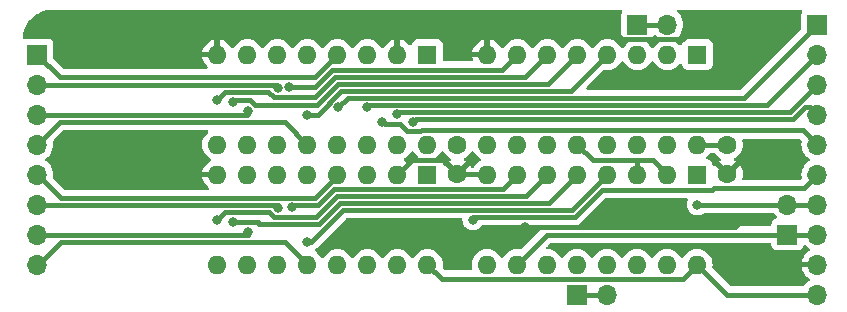
<source format=gbr>
%TF.GenerationSoftware,KiCad,Pcbnew,7.0.5*%
%TF.CreationDate,2024-09-17T16:51:35-04:00*%
%TF.ProjectId,8_bit_logic_analyzer_rev_2,385f6269-745f-46c6-9f67-69635f616e61,rev?*%
%TF.SameCoordinates,Original*%
%TF.FileFunction,Copper,L1,Top*%
%TF.FilePolarity,Positive*%
%FSLAX46Y46*%
G04 Gerber Fmt 4.6, Leading zero omitted, Abs format (unit mm)*
G04 Created by KiCad (PCBNEW 7.0.5) date 2024-09-17 16:51:35*
%MOMM*%
%LPD*%
G01*
G04 APERTURE LIST*
%TA.AperFunction,ComponentPad*%
%ADD10R,1.700000X1.700000*%
%TD*%
%TA.AperFunction,ComponentPad*%
%ADD11O,1.700000X1.700000*%
%TD*%
%TA.AperFunction,ComponentPad*%
%ADD12R,1.600000X1.600000*%
%TD*%
%TA.AperFunction,ComponentPad*%
%ADD13O,1.600000X1.600000*%
%TD*%
%TA.AperFunction,ComponentPad*%
%ADD14C,1.600000*%
%TD*%
%TA.AperFunction,ViaPad*%
%ADD15C,0.800000*%
%TD*%
%TA.AperFunction,Conductor*%
%ADD16C,0.400000*%
%TD*%
G04 APERTURE END LIST*
D10*
%TO.P,J2,1,Pin_1*%
%TO.N,/addr_3*%
X81280000Y-17780000D03*
D11*
%TO.P,J2,2,Pin_2*%
%TO.N,/addr_2*%
X81280000Y-20320000D03*
%TO.P,J2,3,Pin_3*%
%TO.N,/addr_1*%
X81280000Y-22860000D03*
%TO.P,J2,4,Pin_4*%
%TO.N,/addr_0*%
X81280000Y-25400000D03*
%TO.P,J2,5,Pin_5*%
%TO.N,/write*%
X81280000Y-27940000D03*
%TO.P,J2,6,Pin_6*%
%TO.N,/load*%
X81280000Y-30480000D03*
%TO.P,J2,7,Pin_7*%
%TO.N,/clear*%
X81280000Y-33020000D03*
%TO.P,J2,8,Pin_8*%
%TO.N,/clk*%
X81280000Y-35560000D03*
%TO.P,J2,9,Pin_9*%
%TO.N,GND*%
X81280000Y-38100000D03*
%TO.P,J2,10,Pin_10*%
%TO.N,VCC*%
X81280000Y-40640000D03*
%TD*%
D12*
%TO.P,U3,1,A0*%
%TO.N,/addr_0*%
X48260000Y-30480000D03*
D13*
%TO.P,U3,2,~CS*%
%TO.N,GND*%
X45720000Y-30480000D03*
%TO.P,U3,3,~WE*%
%TO.N,/write*%
X43180000Y-30480000D03*
%TO.P,U3,4,D0*%
%TO.N,Net-(J1-Pin_5)*%
X40640000Y-30480000D03*
%TO.P,U3,5,S0_n*%
%TO.N,Net-(U3-S0_n)*%
X38100000Y-30480000D03*
%TO.P,U3,6,D1*%
%TO.N,Net-(J1-Pin_6)*%
X35560000Y-30480000D03*
%TO.P,U3,7,S1_n*%
%TO.N,Net-(U3-S1_n)*%
X33020000Y-30480000D03*
%TO.P,U3,8,GND*%
%TO.N,GND*%
X30480000Y-30480000D03*
%TO.P,U3,9,S2_n*%
%TO.N,Net-(U3-S2_n)*%
X30480000Y-38100000D03*
%TO.P,U3,10,D2*%
%TO.N,Net-(J1-Pin_7)*%
X33020000Y-38100000D03*
%TO.P,U3,11,S3_n*%
%TO.N,Net-(U3-S3_n)*%
X35560000Y-38100000D03*
%TO.P,U3,12,D3*%
%TO.N,Net-(J1-Pin_8)*%
X38100000Y-38100000D03*
%TO.P,U3,13,A3*%
%TO.N,/addr_3*%
X40640000Y-38100000D03*
%TO.P,U3,14,A2*%
%TO.N,/addr_2*%
X43180000Y-38100000D03*
%TO.P,U3,15,A1*%
%TO.N,/addr_1*%
X45720000Y-38100000D03*
%TO.P,U3,16,VCC*%
%TO.N,VCC*%
X48260000Y-38100000D03*
%TD*%
D10*
%TO.P,J4,1,Pin_1*%
%TO.N,/s_out*%
X60960000Y-40640000D03*
D11*
%TO.P,J4,2,Pin_2*%
X63500000Y-40640000D03*
%TD*%
D14*
%TO.P,C1,1*%
%TO.N,VCC*%
X50800000Y-27940000D03*
%TO.P,C1,2*%
%TO.N,GND*%
X50800000Y-30440000D03*
%TD*%
D10*
%TO.P,J5,1,Pin_1*%
%TO.N,/clk*%
X78740000Y-35560000D03*
D11*
%TO.P,J5,2,Pin_2*%
%TO.N,VCC*%
X78740000Y-33020000D03*
%TD*%
D12*
%TO.P,U4,1,~{MR}*%
%TO.N,/clear*%
X71095000Y-30480000D03*
D13*
%TO.P,U4,2,J*%
%TO.N,Net-(U2-Q3)*%
X68555000Y-30480000D03*
%TO.P,U4,3,~{K}*%
X66015000Y-30480000D03*
%TO.P,U4,4,P0*%
%TO.N,Net-(U3-S0_n)*%
X63475000Y-30480000D03*
%TO.P,U4,5,P1*%
%TO.N,Net-(U3-S1_n)*%
X60935000Y-30480000D03*
%TO.P,U4,6,P2*%
%TO.N,Net-(U3-S2_n)*%
X58395000Y-30480000D03*
%TO.P,U4,7,P3*%
%TO.N,Net-(U3-S3_n)*%
X55855000Y-30480000D03*
%TO.P,U4,8,GND*%
%TO.N,GND*%
X53315000Y-30480000D03*
%TO.P,U4,9,~{PE}*%
%TO.N,/load*%
X53315000Y-38100000D03*
%TO.P,U4,10,CP*%
%TO.N,/clk*%
X55855000Y-38100000D03*
%TO.P,U4,11,~{Q3}*%
%TO.N,unconnected-(U4-~{Q3}-Pad11)*%
X58395000Y-38100000D03*
%TO.P,U4,12,Q3*%
%TO.N,/s_out*%
X60935000Y-38100000D03*
%TO.P,U4,13,Q2*%
%TO.N,Net-(U4-Q2)*%
X63475000Y-38100000D03*
%TO.P,U4,14,Q1*%
%TO.N,Net-(U4-Q1)*%
X66015000Y-38100000D03*
%TO.P,U4,15,Q0*%
%TO.N,Net-(U4-Q0)*%
X68555000Y-38100000D03*
%TO.P,U4,16,VCC*%
%TO.N,VCC*%
X71095000Y-38100000D03*
%TD*%
D12*
%TO.P,U2,1,~{MR}*%
%TO.N,/clear*%
X71120000Y-20320000D03*
D13*
%TO.P,U2,2,J*%
%TO.N,/s_in*%
X68580000Y-20320000D03*
%TO.P,U2,3,~{K}*%
X66040000Y-20320000D03*
%TO.P,U2,4,P0*%
%TO.N,Net-(U1-S0_n)*%
X63500000Y-20320000D03*
%TO.P,U2,5,P1*%
%TO.N,Net-(U1-S1_n)*%
X60960000Y-20320000D03*
%TO.P,U2,6,P2*%
%TO.N,Net-(U1-S2_n)*%
X58420000Y-20320000D03*
%TO.P,U2,7,P3*%
%TO.N,Net-(U1-S3_n)*%
X55880000Y-20320000D03*
%TO.P,U2,8,GND*%
%TO.N,GND*%
X53340000Y-20320000D03*
%TO.P,U2,9,~{PE}*%
%TO.N,/load*%
X53340000Y-27940000D03*
%TO.P,U2,10,CP*%
%TO.N,/clk*%
X55880000Y-27940000D03*
%TO.P,U2,11,~{Q3}*%
%TO.N,unconnected-(U2-~{Q3}-Pad11)*%
X58420000Y-27940000D03*
%TO.P,U2,12,Q3*%
%TO.N,Net-(U2-Q3)*%
X60960000Y-27940000D03*
%TO.P,U2,13,Q2*%
%TO.N,Net-(U2-Q2)*%
X63500000Y-27940000D03*
%TO.P,U2,14,Q1*%
%TO.N,Net-(U2-Q1)*%
X66040000Y-27940000D03*
%TO.P,U2,15,Q0*%
%TO.N,Net-(U2-Q0)*%
X68580000Y-27940000D03*
%TO.P,U2,16,VCC*%
%TO.N,VCC*%
X71120000Y-27940000D03*
%TD*%
D14*
%TO.P,C2,1*%
%TO.N,VCC*%
X73660000Y-27940000D03*
%TO.P,C2,2*%
%TO.N,GND*%
X73660000Y-30440000D03*
%TD*%
D12*
%TO.P,U1,1,A0*%
%TO.N,/addr_0*%
X48260000Y-20320000D03*
D13*
%TO.P,U1,2,~CS*%
%TO.N,GND*%
X45720000Y-20320000D03*
%TO.P,U1,3,~WE*%
%TO.N,/write*%
X43180000Y-20320000D03*
%TO.P,U1,4,D0*%
%TO.N,Net-(J1-Pin_1)*%
X40640000Y-20320000D03*
%TO.P,U1,5,S0_n*%
%TO.N,Net-(U1-S0_n)*%
X38100000Y-20320000D03*
%TO.P,U1,6,D1*%
%TO.N,Net-(J1-Pin_2)*%
X35560000Y-20320000D03*
%TO.P,U1,7,S1_n*%
%TO.N,Net-(U1-S1_n)*%
X33020000Y-20320000D03*
%TO.P,U1,8,GND*%
%TO.N,GND*%
X30480000Y-20320000D03*
%TO.P,U1,9,S2_n*%
%TO.N,Net-(U1-S2_n)*%
X30480000Y-27940000D03*
%TO.P,U1,10,D2*%
%TO.N,Net-(J1-Pin_3)*%
X33020000Y-27940000D03*
%TO.P,U1,11,S3_n*%
%TO.N,Net-(U1-S3_n)*%
X35560000Y-27940000D03*
%TO.P,U1,12,D3*%
%TO.N,Net-(J1-Pin_4)*%
X38100000Y-27940000D03*
%TO.P,U1,13,A3*%
%TO.N,/addr_3*%
X40640000Y-27940000D03*
%TO.P,U1,14,A2*%
%TO.N,/addr_2*%
X43180000Y-27940000D03*
%TO.P,U1,15,A1*%
%TO.N,/addr_1*%
X45720000Y-27940000D03*
%TO.P,U1,16,VCC*%
%TO.N,VCC*%
X48260000Y-27940000D03*
%TD*%
D10*
%TO.P,J3,1,Pin_1*%
%TO.N,/s_in*%
X66040000Y-17780000D03*
D11*
%TO.P,J3,2,Pin_2*%
X68580000Y-17780000D03*
%TD*%
D10*
%TO.P,J1,1,Pin_1*%
%TO.N,Net-(J1-Pin_1)*%
X15240000Y-20320000D03*
D11*
%TO.P,J1,2,Pin_2*%
%TO.N,Net-(J1-Pin_2)*%
X15240000Y-22860000D03*
%TO.P,J1,3,Pin_3*%
%TO.N,Net-(J1-Pin_3)*%
X15240000Y-25400000D03*
%TO.P,J1,4,Pin_4*%
%TO.N,Net-(J1-Pin_4)*%
X15240000Y-27940000D03*
%TO.P,J1,5,Pin_5*%
%TO.N,Net-(J1-Pin_5)*%
X15240000Y-30480000D03*
%TO.P,J1,6,Pin_6*%
%TO.N,Net-(J1-Pin_6)*%
X15240000Y-33020000D03*
%TO.P,J1,7,Pin_7*%
%TO.N,Net-(J1-Pin_7)*%
X15240000Y-35560000D03*
%TO.P,J1,8,Pin_8*%
%TO.N,Net-(J1-Pin_8)*%
X15240000Y-38100000D03*
%TD*%
D15*
%TO.N,GND*%
X50800000Y-34925000D03*
X56515000Y-34925000D03*
X53340000Y-35560000D03*
X71120000Y-17780000D03*
X45720000Y-34925000D03*
X74930000Y-34290000D03*
X63500000Y-17780000D03*
%TO.N,Net-(J1-Pin_2)*%
X35579818Y-23157276D03*
%TO.N,Net-(J1-Pin_3)*%
X33102516Y-25129208D03*
%TO.N,Net-(J1-Pin_6)*%
X35574863Y-33272684D03*
%TO.N,Net-(J1-Pin_7)*%
X33033151Y-35353618D03*
%TO.N,/addr_3*%
X40679888Y-24804888D03*
%TO.N,/addr_2*%
X43175856Y-24789500D03*
%TO.N,/addr_1*%
X45720000Y-25389500D03*
%TO.N,/addr_0*%
X47060000Y-26035000D03*
%TO.N,/write*%
X44450000Y-26035000D03*
%TO.N,/load*%
X52115000Y-34290000D03*
%TO.N,/clear*%
X71120000Y-33020000D03*
%TO.N,Net-(U1-S0_n)*%
X38100000Y-25400000D03*
%TO.N,Net-(U1-S1_n)*%
X31830084Y-24337282D03*
%TO.N,Net-(U1-S2_n)*%
X30480000Y-24130000D03*
%TO.N,Net-(U1-S3_n)*%
X36574516Y-23059397D03*
%TO.N,Net-(U3-S0_n)*%
X38100000Y-36195000D03*
%TO.N,Net-(U3-S1_n)*%
X31762341Y-34517911D03*
%TO.N,Net-(U3-S2_n)*%
X30480000Y-34290000D03*
%TO.N,Net-(U3-S3_n)*%
X36830000Y-33252671D03*
%TD*%
D16*
%TO.N,VCC*%
X81280000Y-40640000D02*
X73635000Y-40640000D01*
X73635000Y-40640000D02*
X71095000Y-38100000D01*
X73660000Y-27940000D02*
X71120000Y-27940000D01*
X69895000Y-39300000D02*
X49460000Y-39300000D01*
X49460000Y-39300000D02*
X48260000Y-38100000D01*
X71095000Y-38100000D02*
X69895000Y-39300000D01*
%TO.N,GND*%
X69870000Y-19030000D02*
X71120000Y-17780000D01*
X49640000Y-29280000D02*
X46920000Y-29280000D01*
X51435000Y-35560000D02*
X50800000Y-34925000D01*
X46920000Y-29280000D02*
X45720000Y-30480000D01*
X64750000Y-19030000D02*
X69870000Y-19030000D01*
X53340000Y-35560000D02*
X51435000Y-35560000D01*
X53275000Y-30440000D02*
X53315000Y-30480000D01*
X63500000Y-17780000D02*
X64750000Y-19030000D01*
X53975000Y-34925000D02*
X53340000Y-35560000D01*
X50800000Y-30440000D02*
X53275000Y-30440000D01*
X74930000Y-34290000D02*
X74295000Y-34925000D01*
X50800000Y-34925000D02*
X45720000Y-34925000D01*
X74295000Y-34925000D02*
X53975000Y-34925000D01*
X50800000Y-30440000D02*
X49640000Y-29280000D01*
%TO.N,Net-(J1-Pin_1)*%
X15240000Y-20320000D02*
X17145000Y-22225000D01*
X17145000Y-22225000D02*
X38735000Y-22225000D01*
X38735000Y-22225000D02*
X40640000Y-20320000D01*
%TO.N,Net-(J1-Pin_2)*%
X35579818Y-23157276D02*
X35560000Y-22860000D01*
X15240000Y-22860000D02*
X35560000Y-22860000D01*
%TO.N,Net-(J1-Pin_3)*%
X33102516Y-25129208D02*
X33020000Y-25400000D01*
X33102516Y-25317484D02*
X33102516Y-25129208D01*
X15240000Y-25400000D02*
X32831724Y-25400000D01*
X32831724Y-25400000D02*
X33102516Y-25129208D01*
X33020000Y-25400000D02*
X33102516Y-25317484D01*
%TO.N,Net-(J1-Pin_4)*%
X17180000Y-26000000D02*
X36160000Y-26000000D01*
X36160000Y-26000000D02*
X38100000Y-27940000D01*
X15240000Y-27940000D02*
X17180000Y-26000000D01*
%TO.N,Net-(J1-Pin_5)*%
X15261186Y-30513171D02*
X17201186Y-32453171D01*
X38721186Y-32453171D02*
X40661186Y-30513171D01*
X17201186Y-32453171D02*
X38721186Y-32453171D01*
%TO.N,Net-(J1-Pin_6)*%
X35574863Y-33272684D02*
X35581186Y-33053171D01*
X15261186Y-33053171D02*
X35355350Y-33053171D01*
X35355350Y-33053171D02*
X35574863Y-33272684D01*
%TO.N,Net-(J1-Pin_7)*%
X15261186Y-35593171D02*
X32793598Y-35593171D01*
X33033151Y-35353618D02*
X33041186Y-35593171D01*
X32793598Y-35593171D02*
X33033151Y-35353618D01*
%TO.N,Net-(J1-Pin_8)*%
X15261186Y-38133171D02*
X17201186Y-36193171D01*
X17201186Y-36193171D02*
X36181186Y-36193171D01*
X36181186Y-36193171D02*
X38121186Y-38133171D01*
%TO.N,/addr_3*%
X40679888Y-24804888D02*
X41494776Y-23990000D01*
X75070000Y-23990000D02*
X81280000Y-17780000D01*
X41494776Y-23990000D02*
X75070000Y-23990000D01*
%TO.N,/addr_2*%
X43175856Y-24789500D02*
X43375356Y-24590000D01*
X77010000Y-24590000D02*
X81280000Y-20320000D01*
X43375356Y-24590000D02*
X77010000Y-24590000D01*
%TO.N,/addr_1*%
X78950000Y-25190000D02*
X81280000Y-22860000D01*
X45919500Y-25190000D02*
X78950000Y-25190000D01*
X45720000Y-25389500D02*
X45919500Y-25190000D01*
%TO.N,/addr_0*%
X80645000Y-24765000D02*
X81280000Y-25400000D01*
X47305000Y-25790000D02*
X79198528Y-25790000D01*
X80223528Y-24765000D02*
X80645000Y-24765000D01*
X79198528Y-25790000D02*
X80223528Y-24765000D01*
X47060000Y-26035000D02*
X47305000Y-25790000D01*
%TO.N,/write*%
X45918994Y-26233994D02*
X44648994Y-26233994D01*
X81280000Y-27940000D02*
X80080000Y-26740000D01*
X46520000Y-26835000D02*
X45918994Y-26233994D01*
X80080000Y-26740000D02*
X47762943Y-26740000D01*
X47762943Y-26740000D02*
X47667943Y-26835000D01*
X44648994Y-26233994D02*
X44450000Y-26035000D01*
X47667943Y-26835000D02*
X46520000Y-26835000D01*
%TO.N,/load*%
X63053528Y-31750000D02*
X72390000Y-31750000D01*
X60723528Y-34080000D02*
X63053528Y-31750000D01*
X52325000Y-34080000D02*
X60723528Y-34080000D01*
X80120000Y-31640000D02*
X81280000Y-30480000D01*
X52115000Y-34290000D02*
X52325000Y-34080000D01*
X72500000Y-31640000D02*
X80120000Y-31640000D01*
X72390000Y-31750000D02*
X72500000Y-31640000D01*
%TO.N,/clear*%
X81280000Y-33020000D02*
X78740000Y-33020000D01*
X78740000Y-33020000D02*
X71120000Y-33020000D01*
%TO.N,/clk*%
X78740000Y-35560000D02*
X58395000Y-35560000D01*
X58395000Y-35560000D02*
X55855000Y-38100000D01*
X81280000Y-35560000D02*
X78740000Y-35560000D01*
%TO.N,/s_in*%
X66040000Y-17780000D02*
X68580000Y-17780000D01*
%TO.N,/s_out*%
X60960000Y-40640000D02*
X63500000Y-40640000D01*
%TO.N,Net-(U2-Q3)*%
X62300000Y-29280000D02*
X66040000Y-29280000D01*
X66040000Y-29280000D02*
X67355000Y-29280000D01*
X67355000Y-29280000D02*
X68555000Y-30480000D01*
X66015000Y-29305000D02*
X66040000Y-29280000D01*
X66015000Y-30480000D02*
X66015000Y-29305000D01*
X60960000Y-27940000D02*
X62300000Y-29280000D01*
%TO.N,Net-(U1-S0_n)*%
X40964112Y-23390000D02*
X38954112Y-25400000D01*
X60430000Y-23390000D02*
X40964112Y-23390000D01*
X38954112Y-25400000D02*
X38100000Y-25400000D01*
X63500000Y-20320000D02*
X60430000Y-23390000D01*
%TO.N,Net-(U1-S1_n)*%
X33234679Y-24130000D02*
X32037366Y-24130000D01*
X32037366Y-24130000D02*
X31830084Y-24337282D01*
X58490000Y-22790000D02*
X40715584Y-22790000D01*
X33661955Y-24557276D02*
X33234679Y-24130000D01*
X38948308Y-24557276D02*
X33661955Y-24557276D01*
X31830084Y-24337282D02*
X31750000Y-24130000D01*
X60960000Y-20320000D02*
X58490000Y-22790000D01*
X40715584Y-22790000D02*
X38948308Y-24557276D01*
%TO.N,Net-(U1-S2_n)*%
X31150000Y-23460000D02*
X30480000Y-24130000D01*
X56550000Y-22190000D02*
X40467056Y-22190000D01*
X38699780Y-23957276D02*
X35248447Y-23957276D01*
X58420000Y-20320000D02*
X56550000Y-22190000D01*
X35248447Y-23957276D02*
X34751171Y-23460000D01*
X40467056Y-22190000D02*
X38699780Y-23957276D01*
X34751171Y-23460000D02*
X31150000Y-23460000D01*
%TO.N,Net-(U1-S3_n)*%
X54610000Y-21590000D02*
X55880000Y-20320000D01*
X40218528Y-21590000D02*
X54610000Y-21590000D01*
X36574516Y-23059397D02*
X38749131Y-23059397D01*
X38749131Y-23059397D02*
X40218528Y-21590000D01*
%TO.N,Net-(U3-S0_n)*%
X38373469Y-36195000D02*
X38100000Y-36195000D01*
X63475000Y-30480000D02*
X60475000Y-33480000D01*
X41088469Y-33480000D02*
X38373469Y-36195000D01*
X60475000Y-33480000D02*
X41088469Y-33480000D01*
%TO.N,Net-(U3-S1_n)*%
X60935000Y-30480000D02*
X58535000Y-32880000D01*
X39047257Y-34672684D02*
X34037684Y-34672684D01*
X58535000Y-32880000D02*
X40839941Y-32880000D01*
X40839941Y-32880000D02*
X39047257Y-34672684D01*
X33882911Y-34517911D02*
X31762341Y-34517911D01*
X34037684Y-34672684D02*
X33882911Y-34517911D01*
%TO.N,Net-(U3-S2_n)*%
X38798729Y-34072684D02*
X35243492Y-34072684D01*
X58395000Y-30480000D02*
X56595000Y-32280000D01*
X31116829Y-33653171D02*
X30480000Y-34290000D01*
X35243492Y-34072684D02*
X34823979Y-33653171D01*
X56595000Y-32280000D02*
X40591413Y-32280000D01*
X34823979Y-33653171D02*
X31116829Y-33653171D01*
X40591413Y-32280000D02*
X38798729Y-34072684D01*
%TO.N,Net-(U3-S3_n)*%
X38969714Y-33053171D02*
X40342885Y-31680000D01*
X54655000Y-31680000D02*
X55855000Y-30480000D01*
X37029500Y-33053171D02*
X38969714Y-33053171D01*
X40342885Y-31680000D02*
X54655000Y-31680000D01*
X36830000Y-33252671D02*
X37029500Y-33053171D01*
%TD*%
%TA.AperFunction,Conductor*%
%TO.N,GND*%
G36*
X77332540Y-36280185D02*
G01*
X77378295Y-36332989D01*
X77389501Y-36384500D01*
X77389501Y-36457876D01*
X77395908Y-36517483D01*
X77446202Y-36652328D01*
X77446206Y-36652335D01*
X77532452Y-36767544D01*
X77532455Y-36767547D01*
X77647664Y-36853793D01*
X77647671Y-36853797D01*
X77782517Y-36904091D01*
X77782516Y-36904091D01*
X77789444Y-36904835D01*
X77842127Y-36910500D01*
X79637872Y-36910499D01*
X79697483Y-36904091D01*
X79832331Y-36853796D01*
X79947546Y-36767546D01*
X80033796Y-36652331D01*
X80082810Y-36520916D01*
X80124681Y-36464984D01*
X80190145Y-36440566D01*
X80258418Y-36455417D01*
X80286673Y-36476569D01*
X80408597Y-36598493D01*
X80408603Y-36598498D01*
X80594594Y-36728730D01*
X80638219Y-36783307D01*
X80645413Y-36852805D01*
X80613890Y-36915160D01*
X80594595Y-36931880D01*
X80408922Y-37061890D01*
X80408920Y-37061891D01*
X80241891Y-37228920D01*
X80241886Y-37228926D01*
X80106400Y-37422420D01*
X80106399Y-37422422D01*
X80006570Y-37636507D01*
X80006567Y-37636513D01*
X79949364Y-37849999D01*
X79949364Y-37850000D01*
X80846314Y-37850000D01*
X80820507Y-37890156D01*
X80780000Y-38028111D01*
X80780000Y-38171889D01*
X80820507Y-38309844D01*
X80846314Y-38350000D01*
X79949364Y-38350000D01*
X80006567Y-38563486D01*
X80006570Y-38563492D01*
X80106399Y-38777578D01*
X80241894Y-38971082D01*
X80408917Y-39138105D01*
X80594595Y-39268119D01*
X80638219Y-39322696D01*
X80645412Y-39392195D01*
X80613890Y-39454549D01*
X80594595Y-39471269D01*
X80408594Y-39601508D01*
X80241506Y-39768596D01*
X80158864Y-39886623D01*
X80104287Y-39930248D01*
X80057289Y-39939500D01*
X73976519Y-39939500D01*
X73909480Y-39919815D01*
X73888838Y-39903181D01*
X72416027Y-38430370D01*
X72382542Y-38369047D01*
X72380180Y-38331881D01*
X72380633Y-38326697D01*
X72380635Y-38326692D01*
X72400468Y-38100000D01*
X72380635Y-37873308D01*
X72321739Y-37653504D01*
X72225568Y-37447266D01*
X72113469Y-37287171D01*
X72095045Y-37260858D01*
X71934141Y-37099954D01*
X71747734Y-36969432D01*
X71747732Y-36969431D01*
X71541497Y-36873261D01*
X71541488Y-36873258D01*
X71321697Y-36814366D01*
X71321693Y-36814365D01*
X71321692Y-36814365D01*
X71321691Y-36814364D01*
X71321686Y-36814364D01*
X71095002Y-36794532D01*
X71094998Y-36794532D01*
X70868313Y-36814364D01*
X70868302Y-36814366D01*
X70648511Y-36873258D01*
X70648502Y-36873261D01*
X70442267Y-36969431D01*
X70442265Y-36969432D01*
X70255858Y-37099954D01*
X70094954Y-37260858D01*
X69964432Y-37447265D01*
X69964431Y-37447267D01*
X69937382Y-37505275D01*
X69891209Y-37557714D01*
X69824016Y-37576866D01*
X69757135Y-37556650D01*
X69712618Y-37505275D01*
X69685568Y-37447267D01*
X69685567Y-37447265D01*
X69555045Y-37260858D01*
X69394141Y-37099954D01*
X69207734Y-36969432D01*
X69207732Y-36969431D01*
X69001497Y-36873261D01*
X69001488Y-36873258D01*
X68781697Y-36814366D01*
X68781693Y-36814365D01*
X68781692Y-36814365D01*
X68781691Y-36814364D01*
X68781686Y-36814364D01*
X68555002Y-36794532D01*
X68554998Y-36794532D01*
X68328313Y-36814364D01*
X68328302Y-36814366D01*
X68108511Y-36873258D01*
X68108502Y-36873261D01*
X67902267Y-36969431D01*
X67902265Y-36969432D01*
X67715858Y-37099954D01*
X67554954Y-37260858D01*
X67424432Y-37447265D01*
X67424431Y-37447267D01*
X67397382Y-37505275D01*
X67351209Y-37557714D01*
X67284016Y-37576866D01*
X67217135Y-37556650D01*
X67172618Y-37505275D01*
X67145568Y-37447267D01*
X67145567Y-37447265D01*
X67015045Y-37260858D01*
X66854141Y-37099954D01*
X66667734Y-36969432D01*
X66667732Y-36969431D01*
X66461497Y-36873261D01*
X66461488Y-36873258D01*
X66241697Y-36814366D01*
X66241693Y-36814365D01*
X66241692Y-36814365D01*
X66241691Y-36814364D01*
X66241686Y-36814364D01*
X66015002Y-36794532D01*
X66014998Y-36794532D01*
X65788313Y-36814364D01*
X65788302Y-36814366D01*
X65568511Y-36873258D01*
X65568502Y-36873261D01*
X65362267Y-36969431D01*
X65362265Y-36969432D01*
X65175858Y-37099954D01*
X65014954Y-37260858D01*
X64884432Y-37447265D01*
X64884431Y-37447267D01*
X64857382Y-37505275D01*
X64811209Y-37557714D01*
X64744016Y-37576866D01*
X64677135Y-37556650D01*
X64632618Y-37505275D01*
X64605568Y-37447267D01*
X64605567Y-37447265D01*
X64475045Y-37260858D01*
X64314141Y-37099954D01*
X64127734Y-36969432D01*
X64127732Y-36969431D01*
X63921497Y-36873261D01*
X63921488Y-36873258D01*
X63701697Y-36814366D01*
X63701693Y-36814365D01*
X63701692Y-36814365D01*
X63701691Y-36814364D01*
X63701686Y-36814364D01*
X63475002Y-36794532D01*
X63474998Y-36794532D01*
X63248313Y-36814364D01*
X63248302Y-36814366D01*
X63028511Y-36873258D01*
X63028502Y-36873261D01*
X62822267Y-36969431D01*
X62822265Y-36969432D01*
X62635858Y-37099954D01*
X62474954Y-37260858D01*
X62344432Y-37447265D01*
X62344431Y-37447267D01*
X62317382Y-37505275D01*
X62271209Y-37557714D01*
X62204016Y-37576866D01*
X62137135Y-37556650D01*
X62092618Y-37505275D01*
X62065568Y-37447267D01*
X62065567Y-37447265D01*
X61935045Y-37260858D01*
X61774141Y-37099954D01*
X61587734Y-36969432D01*
X61587732Y-36969431D01*
X61381497Y-36873261D01*
X61381488Y-36873258D01*
X61161697Y-36814366D01*
X61161693Y-36814365D01*
X61161692Y-36814365D01*
X61161691Y-36814364D01*
X61161686Y-36814364D01*
X60935002Y-36794532D01*
X60934998Y-36794532D01*
X60708313Y-36814364D01*
X60708302Y-36814366D01*
X60488511Y-36873258D01*
X60488502Y-36873261D01*
X60282267Y-36969431D01*
X60282265Y-36969432D01*
X60095858Y-37099954D01*
X59934954Y-37260858D01*
X59804432Y-37447265D01*
X59804431Y-37447267D01*
X59777382Y-37505275D01*
X59731209Y-37557714D01*
X59664016Y-37576866D01*
X59597135Y-37556650D01*
X59552618Y-37505275D01*
X59525568Y-37447267D01*
X59525567Y-37447265D01*
X59395045Y-37260858D01*
X59234141Y-37099954D01*
X59047734Y-36969432D01*
X59047732Y-36969431D01*
X58841497Y-36873261D01*
X58841488Y-36873258D01*
X58621697Y-36814366D01*
X58621687Y-36814364D01*
X58435650Y-36798088D01*
X58370582Y-36772635D01*
X58329603Y-36716044D01*
X58325725Y-36646282D01*
X58358777Y-36586879D01*
X58424740Y-36520917D01*
X58648837Y-36296819D01*
X58710161Y-36263334D01*
X58736519Y-36260500D01*
X77265501Y-36260500D01*
X77332540Y-36280185D01*
G37*
%TD.AperFunction*%
%TA.AperFunction,Conductor*%
G36*
X51153420Y-34200185D02*
G01*
X51199175Y-34252989D01*
X51209701Y-34291535D01*
X51229326Y-34478256D01*
X51229327Y-34478259D01*
X51287818Y-34658277D01*
X51287820Y-34658281D01*
X51287821Y-34658284D01*
X51382467Y-34822216D01*
X51463781Y-34912524D01*
X51509129Y-34962888D01*
X51662265Y-35074148D01*
X51662270Y-35074151D01*
X51835192Y-35151142D01*
X51835197Y-35151144D01*
X52020354Y-35190500D01*
X52020355Y-35190500D01*
X52209644Y-35190500D01*
X52209646Y-35190500D01*
X52394803Y-35151144D01*
X52567730Y-35074151D01*
X52720871Y-34962888D01*
X52847533Y-34822216D01*
X52847533Y-34822214D01*
X52848152Y-34821528D01*
X52907639Y-34784879D01*
X52940302Y-34780500D01*
X57893236Y-34780500D01*
X57960275Y-34800185D01*
X58006030Y-34852989D01*
X58015974Y-34922147D01*
X57986949Y-34985703D01*
X57963677Y-35006549D01*
X57927075Y-35031813D01*
X57927065Y-35031822D01*
X57885942Y-35078240D01*
X57883375Y-35080966D01*
X56185369Y-36778972D01*
X56124046Y-36812457D01*
X56086881Y-36814819D01*
X56081680Y-36814364D01*
X56062171Y-36812657D01*
X55855002Y-36794532D01*
X55854998Y-36794532D01*
X55628313Y-36814364D01*
X55628302Y-36814366D01*
X55408511Y-36873258D01*
X55408502Y-36873261D01*
X55202267Y-36969431D01*
X55202265Y-36969432D01*
X55015858Y-37099954D01*
X54854954Y-37260858D01*
X54724432Y-37447265D01*
X54724431Y-37447267D01*
X54697382Y-37505275D01*
X54651209Y-37557714D01*
X54584016Y-37576866D01*
X54517135Y-37556650D01*
X54472618Y-37505275D01*
X54445568Y-37447267D01*
X54445567Y-37447265D01*
X54315045Y-37260858D01*
X54154141Y-37099954D01*
X53967734Y-36969432D01*
X53967732Y-36969431D01*
X53761497Y-36873261D01*
X53761488Y-36873258D01*
X53541697Y-36814366D01*
X53541693Y-36814365D01*
X53541692Y-36814365D01*
X53541691Y-36814364D01*
X53541686Y-36814364D01*
X53315002Y-36794532D01*
X53314998Y-36794532D01*
X53088313Y-36814364D01*
X53088302Y-36814366D01*
X52868511Y-36873258D01*
X52868502Y-36873261D01*
X52662267Y-36969431D01*
X52662265Y-36969432D01*
X52475858Y-37099954D01*
X52314954Y-37260858D01*
X52184432Y-37447265D01*
X52184431Y-37447267D01*
X52088261Y-37653502D01*
X52088258Y-37653511D01*
X52029366Y-37873302D01*
X52029364Y-37873313D01*
X52009532Y-38099998D01*
X52009532Y-38100001D01*
X52029364Y-38326686D01*
X52029366Y-38326697D01*
X52060638Y-38443407D01*
X52058975Y-38513257D01*
X52019812Y-38571119D01*
X51955583Y-38598623D01*
X51940863Y-38599500D01*
X49801519Y-38599500D01*
X49734480Y-38579815D01*
X49713838Y-38563181D01*
X49581027Y-38430370D01*
X49547542Y-38369047D01*
X49545180Y-38331881D01*
X49545633Y-38326697D01*
X49545635Y-38326692D01*
X49565468Y-38100000D01*
X49545635Y-37873308D01*
X49486739Y-37653504D01*
X49390568Y-37447266D01*
X49278469Y-37287171D01*
X49260045Y-37260858D01*
X49099141Y-37099954D01*
X48912734Y-36969432D01*
X48912732Y-36969431D01*
X48706497Y-36873261D01*
X48706488Y-36873258D01*
X48486697Y-36814366D01*
X48486693Y-36814365D01*
X48486692Y-36814365D01*
X48486691Y-36814364D01*
X48486686Y-36814364D01*
X48260002Y-36794532D01*
X48259998Y-36794532D01*
X48033313Y-36814364D01*
X48033302Y-36814366D01*
X47813511Y-36873258D01*
X47813502Y-36873261D01*
X47607267Y-36969431D01*
X47607265Y-36969432D01*
X47420858Y-37099954D01*
X47259954Y-37260858D01*
X47129432Y-37447265D01*
X47129431Y-37447267D01*
X47102382Y-37505275D01*
X47056209Y-37557714D01*
X46989016Y-37576866D01*
X46922135Y-37556650D01*
X46877618Y-37505275D01*
X46850568Y-37447267D01*
X46850567Y-37447265D01*
X46720045Y-37260858D01*
X46559141Y-37099954D01*
X46372734Y-36969432D01*
X46372732Y-36969431D01*
X46166497Y-36873261D01*
X46166488Y-36873258D01*
X45946697Y-36814366D01*
X45946693Y-36814365D01*
X45946692Y-36814365D01*
X45946691Y-36814364D01*
X45946686Y-36814364D01*
X45720002Y-36794532D01*
X45719998Y-36794532D01*
X45493313Y-36814364D01*
X45493302Y-36814366D01*
X45273511Y-36873258D01*
X45273502Y-36873261D01*
X45067267Y-36969431D01*
X45067265Y-36969432D01*
X44880858Y-37099954D01*
X44719954Y-37260858D01*
X44589432Y-37447265D01*
X44589431Y-37447267D01*
X44562382Y-37505275D01*
X44516209Y-37557714D01*
X44449016Y-37576866D01*
X44382135Y-37556650D01*
X44337618Y-37505275D01*
X44310568Y-37447267D01*
X44310567Y-37447265D01*
X44180045Y-37260858D01*
X44019141Y-37099954D01*
X43832734Y-36969432D01*
X43832732Y-36969431D01*
X43626497Y-36873261D01*
X43626488Y-36873258D01*
X43406697Y-36814366D01*
X43406693Y-36814365D01*
X43406692Y-36814365D01*
X43406691Y-36814364D01*
X43406686Y-36814364D01*
X43180002Y-36794532D01*
X43179998Y-36794532D01*
X42953313Y-36814364D01*
X42953302Y-36814366D01*
X42733511Y-36873258D01*
X42733502Y-36873261D01*
X42527267Y-36969431D01*
X42527265Y-36969432D01*
X42340858Y-37099954D01*
X42179954Y-37260858D01*
X42049432Y-37447265D01*
X42049431Y-37447267D01*
X42022382Y-37505275D01*
X41976209Y-37557714D01*
X41909016Y-37576866D01*
X41842135Y-37556650D01*
X41797618Y-37505275D01*
X41770568Y-37447267D01*
X41770567Y-37447265D01*
X41640045Y-37260858D01*
X41479141Y-37099954D01*
X41292734Y-36969432D01*
X41292732Y-36969431D01*
X41086497Y-36873261D01*
X41086488Y-36873258D01*
X40866697Y-36814366D01*
X40866693Y-36814365D01*
X40866692Y-36814365D01*
X40866691Y-36814364D01*
X40866686Y-36814364D01*
X40640002Y-36794532D01*
X40639998Y-36794532D01*
X40413313Y-36814364D01*
X40413302Y-36814366D01*
X40193511Y-36873258D01*
X40193502Y-36873261D01*
X39987267Y-36969431D01*
X39987265Y-36969432D01*
X39800858Y-37099954D01*
X39639954Y-37260858D01*
X39509432Y-37447265D01*
X39509431Y-37447267D01*
X39482382Y-37505275D01*
X39436209Y-37557714D01*
X39369016Y-37576866D01*
X39302135Y-37556650D01*
X39257618Y-37505275D01*
X39230568Y-37447267D01*
X39230567Y-37447265D01*
X39100045Y-37260858D01*
X38939141Y-37099954D01*
X38782725Y-36990432D01*
X38739100Y-36935856D01*
X38731906Y-36866357D01*
X38761697Y-36805886D01*
X38817833Y-36743540D01*
X38839540Y-36724465D01*
X38841398Y-36723183D01*
X38882550Y-36676730D01*
X38885068Y-36674056D01*
X41342306Y-34216819D01*
X41403630Y-34183334D01*
X41429988Y-34180500D01*
X51086381Y-34180500D01*
X51153420Y-34200185D01*
G37*
%TD.AperFunction*%
%TA.AperFunction,Conductor*%
G36*
X70261258Y-32470185D02*
G01*
X70307013Y-32522989D01*
X70316957Y-32592147D01*
X70301607Y-32636499D01*
X70292820Y-32651718D01*
X70292818Y-32651722D01*
X70234327Y-32831740D01*
X70234326Y-32831744D01*
X70214540Y-33020000D01*
X70234326Y-33208256D01*
X70234327Y-33208259D01*
X70292818Y-33388277D01*
X70292821Y-33388284D01*
X70387467Y-33552216D01*
X70514129Y-33692887D01*
X70514129Y-33692888D01*
X70667265Y-33804148D01*
X70667270Y-33804151D01*
X70840192Y-33881142D01*
X70840197Y-33881144D01*
X71025354Y-33920500D01*
X71025355Y-33920500D01*
X71214644Y-33920500D01*
X71214646Y-33920500D01*
X71399803Y-33881144D01*
X71572730Y-33804151D01*
X71642210Y-33753671D01*
X71655271Y-33744182D01*
X71721077Y-33720702D01*
X71728156Y-33720500D01*
X77517289Y-33720500D01*
X77584328Y-33740185D01*
X77618864Y-33773377D01*
X77701503Y-33891399D01*
X77701504Y-33891400D01*
X77701505Y-33891401D01*
X77823431Y-34013327D01*
X77856915Y-34074648D01*
X77851931Y-34144340D01*
X77810060Y-34200274D01*
X77779083Y-34217189D01*
X77647669Y-34266203D01*
X77647664Y-34266206D01*
X77532455Y-34352452D01*
X77532452Y-34352455D01*
X77446206Y-34467664D01*
X77446202Y-34467671D01*
X77395908Y-34602517D01*
X77389501Y-34662116D01*
X77389500Y-34662135D01*
X77389500Y-34735500D01*
X77369815Y-34802539D01*
X77317011Y-34848294D01*
X77265500Y-34859500D01*
X61225291Y-34859500D01*
X61158252Y-34839815D01*
X61112497Y-34787011D01*
X61102553Y-34717853D01*
X61131578Y-34654297D01*
X61154851Y-34633450D01*
X61165725Y-34625944D01*
X61191457Y-34608183D01*
X61232593Y-34561748D01*
X61235127Y-34559056D01*
X63307364Y-32486818D01*
X63368688Y-32453334D01*
X63395046Y-32450500D01*
X70194219Y-32450500D01*
X70261258Y-32470185D01*
G37*
%TD.AperFunction*%
%TA.AperFunction,Conductor*%
G36*
X29656597Y-26720185D02*
G01*
X29702352Y-26772989D01*
X29712296Y-26842147D01*
X29683271Y-26905703D01*
X29660680Y-26926076D01*
X29640857Y-26939955D01*
X29479954Y-27100858D01*
X29349432Y-27287265D01*
X29349431Y-27287267D01*
X29253261Y-27493502D01*
X29253258Y-27493511D01*
X29194366Y-27713302D01*
X29194364Y-27713313D01*
X29174532Y-27939998D01*
X29174532Y-27940001D01*
X29194364Y-28166686D01*
X29194366Y-28166697D01*
X29253258Y-28386488D01*
X29253261Y-28386497D01*
X29349431Y-28592732D01*
X29349432Y-28592734D01*
X29479954Y-28779141D01*
X29640858Y-28940045D01*
X29668787Y-28959601D01*
X29827266Y-29070568D01*
X29885865Y-29097893D01*
X29938305Y-29144065D01*
X29957457Y-29211258D01*
X29937242Y-29278139D01*
X29885867Y-29322657D01*
X29827515Y-29349867D01*
X29641179Y-29480342D01*
X29480342Y-29641179D01*
X29349865Y-29827517D01*
X29253734Y-30033673D01*
X29253730Y-30033682D01*
X29201127Y-30229999D01*
X29201128Y-30230000D01*
X30164314Y-30230000D01*
X30152359Y-30241955D01*
X30094835Y-30354852D01*
X30075014Y-30480000D01*
X30094835Y-30605148D01*
X30152359Y-30718045D01*
X30164314Y-30730000D01*
X29201128Y-30730000D01*
X29253730Y-30926317D01*
X29253734Y-30926326D01*
X29349865Y-31132482D01*
X29480342Y-31318820D01*
X29641179Y-31479657D01*
X29708928Y-31527096D01*
X29752553Y-31581673D01*
X29759745Y-31651172D01*
X29728223Y-31713527D01*
X29667993Y-31748940D01*
X29637804Y-31752671D01*
X17542705Y-31752671D01*
X17475666Y-31732986D01*
X17455024Y-31716352D01*
X16600119Y-30861447D01*
X16566634Y-30800124D01*
X16568025Y-30741672D01*
X16575063Y-30715408D01*
X16595659Y-30480000D01*
X16575063Y-30244592D01*
X16513903Y-30016337D01*
X16414035Y-29802171D01*
X16355967Y-29719240D01*
X16278494Y-29608597D01*
X16111402Y-29441506D01*
X16111396Y-29441501D01*
X15925842Y-29311575D01*
X15882217Y-29256998D01*
X15875023Y-29187500D01*
X15906546Y-29125145D01*
X15925842Y-29108425D01*
X15967842Y-29079016D01*
X16111401Y-28978495D01*
X16278495Y-28811401D01*
X16414035Y-28617830D01*
X16513903Y-28403663D01*
X16575063Y-28175408D01*
X16595659Y-27940000D01*
X16575063Y-27704592D01*
X16570558Y-27687778D01*
X16572219Y-27617932D01*
X16602649Y-27568006D01*
X17433837Y-26736819D01*
X17495161Y-26703334D01*
X17521519Y-26700500D01*
X29589558Y-26700500D01*
X29656597Y-26720185D01*
G37*
%TD.AperFunction*%
%TA.AperFunction,Conductor*%
G36*
X79805520Y-27460185D02*
G01*
X79826162Y-27476819D01*
X79917348Y-27568005D01*
X79950833Y-27629328D01*
X79949442Y-27687778D01*
X79944939Y-27704584D01*
X79944936Y-27704597D01*
X79924341Y-27939999D01*
X79924341Y-27940000D01*
X79944936Y-28175403D01*
X79944938Y-28175413D01*
X80006094Y-28403655D01*
X80006096Y-28403659D01*
X80006097Y-28403663D01*
X80067213Y-28534726D01*
X80105965Y-28617830D01*
X80105967Y-28617834D01*
X80241501Y-28811395D01*
X80241506Y-28811402D01*
X80408597Y-28978493D01*
X80408603Y-28978498D01*
X80594158Y-29108425D01*
X80637783Y-29163002D01*
X80644977Y-29232500D01*
X80613454Y-29294855D01*
X80594158Y-29311575D01*
X80408597Y-29441505D01*
X80241505Y-29608597D01*
X80105965Y-29802169D01*
X80105964Y-29802171D01*
X80006098Y-30016335D01*
X80006094Y-30016344D01*
X79944938Y-30244586D01*
X79944936Y-30244596D01*
X79924341Y-30479999D01*
X79924341Y-30480000D01*
X79944937Y-30715408D01*
X79949442Y-30732223D01*
X79947777Y-30802073D01*
X79917349Y-30851992D01*
X79866163Y-30903180D01*
X79804840Y-30936666D01*
X79778480Y-30939500D01*
X75033619Y-30939500D01*
X74966580Y-30919815D01*
X74920825Y-30867011D01*
X74910881Y-30797853D01*
X74913844Y-30783407D01*
X74945139Y-30666609D01*
X74945141Y-30666599D01*
X74964966Y-30440002D01*
X74964966Y-30439997D01*
X74945141Y-30213400D01*
X74945139Y-30213389D01*
X74886269Y-29993682D01*
X74886265Y-29993673D01*
X74790133Y-29787516D01*
X74790131Y-29787512D01*
X74739025Y-29714526D01*
X74057953Y-30395598D01*
X74045165Y-30314852D01*
X73987641Y-30201955D01*
X73898045Y-30112359D01*
X73785148Y-30054835D01*
X73704400Y-30042046D01*
X74385472Y-29360974D01*
X74385471Y-29360973D01*
X74312483Y-29309866D01*
X74312481Y-29309865D01*
X74297023Y-29302657D01*
X74244584Y-29256484D01*
X74225432Y-29189290D01*
X74245648Y-29122409D01*
X74297023Y-29077893D01*
X74312734Y-29070568D01*
X74499139Y-28940047D01*
X74660047Y-28779139D01*
X74790568Y-28592734D01*
X74886739Y-28386496D01*
X74945635Y-28166692D01*
X74965468Y-27940000D01*
X74945635Y-27713308D01*
X74923133Y-27629328D01*
X74914362Y-27596593D01*
X74916025Y-27526743D01*
X74955188Y-27468881D01*
X75019417Y-27441377D01*
X75034137Y-27440500D01*
X79738481Y-27440500D01*
X79805520Y-27460185D01*
G37*
%TD.AperFunction*%
%TA.AperFunction,Conductor*%
G36*
X49597862Y-28483348D02*
G01*
X49642380Y-28534722D01*
X49669432Y-28592734D01*
X49669433Y-28592735D01*
X49799954Y-28779141D01*
X49960858Y-28940045D01*
X49988787Y-28959601D01*
X50147266Y-29070568D01*
X50162975Y-29077893D01*
X50215414Y-29124064D01*
X50234567Y-29191257D01*
X50214352Y-29258138D01*
X50162979Y-29302656D01*
X50147512Y-29309868D01*
X50074527Y-29360972D01*
X50074526Y-29360973D01*
X50755600Y-30042046D01*
X50674852Y-30054835D01*
X50561955Y-30112359D01*
X50472359Y-30201955D01*
X50414835Y-30314852D01*
X50402046Y-30395600D01*
X49720972Y-29714526D01*
X49691874Y-29717073D01*
X49623374Y-29703307D01*
X49573191Y-29654692D01*
X49557776Y-29606798D01*
X49554091Y-29572516D01*
X49503797Y-29437671D01*
X49503793Y-29437664D01*
X49417547Y-29322455D01*
X49417544Y-29322452D01*
X49302335Y-29236206D01*
X49302328Y-29236202D01*
X49167482Y-29185908D01*
X49167483Y-29185908D01*
X49132404Y-29182137D01*
X49067853Y-29155399D01*
X49028005Y-29098006D01*
X49025512Y-29028181D01*
X49061165Y-28968092D01*
X49074539Y-28957272D01*
X49099140Y-28940046D01*
X49260045Y-28779141D01*
X49260044Y-28779141D01*
X49260047Y-28779139D01*
X49390568Y-28592734D01*
X49417619Y-28534721D01*
X49463788Y-28482286D01*
X49530981Y-28463133D01*
X49597862Y-28483348D01*
G37*
%TD.AperFunction*%
%TA.AperFunction,Conductor*%
G36*
X72565366Y-28660185D02*
G01*
X72599902Y-28693377D01*
X72659954Y-28779141D01*
X72820858Y-28940045D01*
X72848787Y-28959601D01*
X73007266Y-29070568D01*
X73022975Y-29077893D01*
X73075414Y-29124064D01*
X73094567Y-29191257D01*
X73074352Y-29258138D01*
X73022979Y-29302656D01*
X73007512Y-29309868D01*
X72934527Y-29360972D01*
X72934526Y-29360973D01*
X73615600Y-30042046D01*
X73534852Y-30054835D01*
X73421955Y-30112359D01*
X73332359Y-30201955D01*
X73274835Y-30314852D01*
X73262046Y-30395600D01*
X72580972Y-29714526D01*
X72527107Y-29719240D01*
X72458607Y-29705474D01*
X72408424Y-29656859D01*
X72393009Y-29608965D01*
X72389091Y-29572516D01*
X72338797Y-29437671D01*
X72338793Y-29437664D01*
X72252547Y-29322455D01*
X72252544Y-29322452D01*
X72137335Y-29236206D01*
X72137328Y-29236202D01*
X72002483Y-29185908D01*
X71989074Y-29184467D01*
X71924524Y-29157728D01*
X71884677Y-29100335D01*
X71882184Y-29030509D01*
X71917838Y-28970421D01*
X71931199Y-28959610D01*
X71959139Y-28940047D01*
X72120047Y-28779139D01*
X72180096Y-28693377D01*
X72234675Y-28649752D01*
X72281673Y-28640500D01*
X72498327Y-28640500D01*
X72565366Y-28660185D01*
G37*
%TD.AperFunction*%
%TA.AperFunction,Conductor*%
G36*
X52137862Y-28483348D02*
G01*
X52182380Y-28534722D01*
X52209432Y-28592734D01*
X52209433Y-28592735D01*
X52339954Y-28779141D01*
X52500858Y-28940045D01*
X52626731Y-29028181D01*
X52687266Y-29070568D01*
X52733368Y-29092066D01*
X52785804Y-29138235D01*
X52804957Y-29205429D01*
X52784742Y-29272310D01*
X52733367Y-29316828D01*
X52662515Y-29349867D01*
X52476179Y-29480342D01*
X52315342Y-29641179D01*
X52184866Y-29827516D01*
X52179207Y-29839653D01*
X52133033Y-29892091D01*
X52065839Y-29911241D01*
X51998958Y-29891023D01*
X51954444Y-29839650D01*
X51930133Y-29787516D01*
X51930131Y-29787512D01*
X51879025Y-29714526D01*
X51197953Y-30395598D01*
X51185165Y-30314852D01*
X51127641Y-30201955D01*
X51038045Y-30112359D01*
X50925148Y-30054835D01*
X50844400Y-30042046D01*
X51525472Y-29360974D01*
X51525471Y-29360973D01*
X51452483Y-29309866D01*
X51452481Y-29309865D01*
X51437023Y-29302657D01*
X51384584Y-29256484D01*
X51365432Y-29189290D01*
X51385648Y-29122409D01*
X51437023Y-29077893D01*
X51452734Y-29070568D01*
X51639139Y-28940047D01*
X51800047Y-28779139D01*
X51930568Y-28592734D01*
X51957619Y-28534721D01*
X52003788Y-28482286D01*
X52070981Y-28463133D01*
X52137862Y-28483348D01*
G37*
%TD.AperFunction*%
%TA.AperFunction,Conductor*%
G36*
X47057865Y-28483348D02*
G01*
X47102382Y-28534725D01*
X47129429Y-28592728D01*
X47129432Y-28592734D01*
X47259954Y-28779141D01*
X47420858Y-28940045D01*
X47445462Y-28957273D01*
X47489087Y-29011849D01*
X47496281Y-29081348D01*
X47464758Y-29143703D01*
X47404529Y-29179117D01*
X47387593Y-29182138D01*
X47352516Y-29185908D01*
X47217671Y-29236202D01*
X47217664Y-29236206D01*
X47102455Y-29322452D01*
X47102452Y-29322455D01*
X47016206Y-29437664D01*
X47016202Y-29437671D01*
X46965908Y-29572517D01*
X46962056Y-29608352D01*
X46935318Y-29672903D01*
X46877926Y-29712752D01*
X46808101Y-29715245D01*
X46748012Y-29679593D01*
X46737192Y-29666221D01*
X46719657Y-29641179D01*
X46558820Y-29480342D01*
X46372482Y-29349865D01*
X46314133Y-29322657D01*
X46261694Y-29276484D01*
X46242542Y-29209291D01*
X46262758Y-29142410D01*
X46314129Y-29097895D01*
X46372734Y-29070568D01*
X46559139Y-28940047D01*
X46720047Y-28779139D01*
X46850568Y-28592734D01*
X46877618Y-28534724D01*
X46923790Y-28482285D01*
X46990983Y-28463133D01*
X47057865Y-28483348D01*
G37*
%TD.AperFunction*%
%TA.AperFunction,Conductor*%
G36*
X79940993Y-16530185D02*
G01*
X79986748Y-16582989D01*
X79996692Y-16652147D01*
X79987820Y-16678806D01*
X79989303Y-16679359D01*
X79935908Y-16822517D01*
X79929501Y-16882116D01*
X79929500Y-16882135D01*
X79929500Y-18088480D01*
X79909815Y-18155519D01*
X79893181Y-18176161D01*
X74816162Y-23253181D01*
X74754839Y-23286666D01*
X74728481Y-23289500D01*
X61820519Y-23289500D01*
X61753480Y-23269815D01*
X61707725Y-23217011D01*
X61697781Y-23147853D01*
X61726806Y-23084297D01*
X61732838Y-23077819D01*
X61974213Y-22836444D01*
X63169630Y-21641025D01*
X63230951Y-21607542D01*
X63268117Y-21605180D01*
X63273303Y-21605633D01*
X63273308Y-21605635D01*
X63478263Y-21623566D01*
X63499999Y-21625468D01*
X63500000Y-21625468D01*
X63500002Y-21625468D01*
X63556807Y-21620498D01*
X63726692Y-21605635D01*
X63946496Y-21546739D01*
X64152734Y-21450568D01*
X64339139Y-21320047D01*
X64500047Y-21159139D01*
X64630568Y-20972734D01*
X64657618Y-20914724D01*
X64703790Y-20862285D01*
X64770983Y-20843133D01*
X64837865Y-20863348D01*
X64882382Y-20914725D01*
X64909429Y-20972728D01*
X64909432Y-20972734D01*
X65039954Y-21159141D01*
X65200858Y-21320045D01*
X65200861Y-21320047D01*
X65387266Y-21450568D01*
X65593504Y-21546739D01*
X65813308Y-21605635D01*
X65975230Y-21619801D01*
X66039998Y-21625468D01*
X66040000Y-21625468D01*
X66040002Y-21625468D01*
X66096807Y-21620498D01*
X66266692Y-21605635D01*
X66486496Y-21546739D01*
X66692734Y-21450568D01*
X66879139Y-21320047D01*
X67040047Y-21159139D01*
X67170568Y-20972734D01*
X67197619Y-20914721D01*
X67243788Y-20862286D01*
X67310981Y-20843133D01*
X67377862Y-20863348D01*
X67422380Y-20914722D01*
X67449432Y-20972734D01*
X67449433Y-20972735D01*
X67579954Y-21159141D01*
X67740858Y-21320045D01*
X67740861Y-21320047D01*
X67927266Y-21450568D01*
X68133504Y-21546739D01*
X68353308Y-21605635D01*
X68515230Y-21619801D01*
X68579998Y-21625468D01*
X68580000Y-21625468D01*
X68580002Y-21625468D01*
X68636807Y-21620498D01*
X68806692Y-21605635D01*
X69026496Y-21546739D01*
X69232734Y-21450568D01*
X69419139Y-21320047D01*
X69580047Y-21159139D01*
X69597271Y-21134539D01*
X69651848Y-21090913D01*
X69721346Y-21083718D01*
X69783701Y-21115239D01*
X69819116Y-21175468D01*
X69822138Y-21192406D01*
X69825908Y-21227483D01*
X69876202Y-21362328D01*
X69876206Y-21362335D01*
X69962452Y-21477544D01*
X69962455Y-21477547D01*
X70077664Y-21563793D01*
X70077671Y-21563797D01*
X70212517Y-21614091D01*
X70212516Y-21614091D01*
X70219444Y-21614835D01*
X70272127Y-21620500D01*
X71967872Y-21620499D01*
X72027483Y-21614091D01*
X72162331Y-21563796D01*
X72277546Y-21477546D01*
X72363796Y-21362331D01*
X72414091Y-21227483D01*
X72420500Y-21167873D01*
X72420499Y-19472128D01*
X72414091Y-19412517D01*
X72395442Y-19362517D01*
X72363797Y-19277671D01*
X72363793Y-19277664D01*
X72277547Y-19162455D01*
X72277544Y-19162452D01*
X72162335Y-19076206D01*
X72162328Y-19076202D01*
X72027482Y-19025908D01*
X72027483Y-19025908D01*
X71967883Y-19019501D01*
X71967881Y-19019500D01*
X71967873Y-19019500D01*
X71967864Y-19019500D01*
X70272129Y-19019500D01*
X70272123Y-19019501D01*
X70212516Y-19025908D01*
X70077671Y-19076202D01*
X70077664Y-19076206D01*
X69962455Y-19162452D01*
X69962452Y-19162455D01*
X69876206Y-19277664D01*
X69876202Y-19277671D01*
X69825908Y-19412516D01*
X69822137Y-19447596D01*
X69795398Y-19512146D01*
X69738006Y-19551994D01*
X69668180Y-19554487D01*
X69608092Y-19518834D01*
X69597273Y-19505462D01*
X69580045Y-19480858D01*
X69419141Y-19319954D01*
X69232734Y-19189432D01*
X69228043Y-19186724D01*
X69228767Y-19185469D01*
X69181431Y-19143778D01*
X69162289Y-19076582D01*
X69182515Y-19009704D01*
X69233881Y-18965202D01*
X69257830Y-18954035D01*
X69451401Y-18818495D01*
X69618495Y-18651401D01*
X69754035Y-18457830D01*
X69853903Y-18243663D01*
X69915063Y-18015408D01*
X69935659Y-17780000D01*
X69915063Y-17544592D01*
X69853903Y-17316337D01*
X69754035Y-17102171D01*
X69693800Y-17016145D01*
X69618494Y-16908597D01*
X69451402Y-16741506D01*
X69451393Y-16741498D01*
X69443646Y-16736074D01*
X69400021Y-16681497D01*
X69392829Y-16611998D01*
X69424352Y-16549644D01*
X69484582Y-16514231D01*
X69514770Y-16510500D01*
X79873954Y-16510500D01*
X79940993Y-16530185D01*
G37*
%TD.AperFunction*%
%TA.AperFunction,Conductor*%
G36*
X64700993Y-16530185D02*
G01*
X64746748Y-16582989D01*
X64756692Y-16652147D01*
X64747820Y-16678806D01*
X64749303Y-16679359D01*
X64695908Y-16822517D01*
X64689501Y-16882116D01*
X64689500Y-16882135D01*
X64689500Y-18677870D01*
X64689501Y-18677876D01*
X64695908Y-18737483D01*
X64746202Y-18872328D01*
X64746206Y-18872335D01*
X64832452Y-18987544D01*
X64832455Y-18987547D01*
X64947664Y-19073793D01*
X64947671Y-19073797D01*
X65082513Y-19124090D01*
X65082514Y-19124090D01*
X65082517Y-19124091D01*
X65108530Y-19126887D01*
X65173078Y-19153623D01*
X65212927Y-19211014D01*
X65215423Y-19280839D01*
X65182956Y-19337857D01*
X65039951Y-19480862D01*
X64909432Y-19667265D01*
X64909431Y-19667267D01*
X64882382Y-19725275D01*
X64836209Y-19777714D01*
X64769016Y-19796866D01*
X64702135Y-19776650D01*
X64657618Y-19725275D01*
X64630686Y-19667520D01*
X64630568Y-19667266D01*
X64517273Y-19505462D01*
X64500045Y-19480858D01*
X64339141Y-19319954D01*
X64152734Y-19189432D01*
X64152732Y-19189431D01*
X63946497Y-19093261D01*
X63946488Y-19093258D01*
X63726697Y-19034366D01*
X63726693Y-19034365D01*
X63726692Y-19034365D01*
X63726691Y-19034364D01*
X63726686Y-19034364D01*
X63500002Y-19014532D01*
X63499998Y-19014532D01*
X63273313Y-19034364D01*
X63273302Y-19034366D01*
X63053511Y-19093258D01*
X63053502Y-19093261D01*
X62847267Y-19189431D01*
X62847265Y-19189432D01*
X62660858Y-19319954D01*
X62499954Y-19480858D01*
X62369432Y-19667265D01*
X62369431Y-19667267D01*
X62342382Y-19725275D01*
X62296209Y-19777714D01*
X62229016Y-19796866D01*
X62162135Y-19776650D01*
X62117618Y-19725275D01*
X62090686Y-19667520D01*
X62090568Y-19667266D01*
X61977273Y-19505462D01*
X61960045Y-19480858D01*
X61799141Y-19319954D01*
X61612734Y-19189432D01*
X61612732Y-19189431D01*
X61406497Y-19093261D01*
X61406488Y-19093258D01*
X61186697Y-19034366D01*
X61186693Y-19034365D01*
X61186692Y-19034365D01*
X61186691Y-19034364D01*
X61186686Y-19034364D01*
X60960002Y-19014532D01*
X60959998Y-19014532D01*
X60733313Y-19034364D01*
X60733302Y-19034366D01*
X60513511Y-19093258D01*
X60513502Y-19093261D01*
X60307267Y-19189431D01*
X60307265Y-19189432D01*
X60120858Y-19319954D01*
X59959954Y-19480858D01*
X59829432Y-19667265D01*
X59829431Y-19667267D01*
X59802382Y-19725275D01*
X59756209Y-19777714D01*
X59689016Y-19796866D01*
X59622135Y-19776650D01*
X59577618Y-19725275D01*
X59550686Y-19667520D01*
X59550568Y-19667266D01*
X59437273Y-19505462D01*
X59420045Y-19480858D01*
X59259141Y-19319954D01*
X59072734Y-19189432D01*
X59072732Y-19189431D01*
X58866497Y-19093261D01*
X58866488Y-19093258D01*
X58646697Y-19034366D01*
X58646693Y-19034365D01*
X58646692Y-19034365D01*
X58646691Y-19034364D01*
X58646686Y-19034364D01*
X58420002Y-19014532D01*
X58419998Y-19014532D01*
X58193313Y-19034364D01*
X58193302Y-19034366D01*
X57973511Y-19093258D01*
X57973502Y-19093261D01*
X57767267Y-19189431D01*
X57767265Y-19189432D01*
X57580858Y-19319954D01*
X57419954Y-19480858D01*
X57289432Y-19667265D01*
X57289431Y-19667267D01*
X57262382Y-19725275D01*
X57216209Y-19777714D01*
X57149016Y-19796866D01*
X57082135Y-19776650D01*
X57037618Y-19725275D01*
X57010686Y-19667520D01*
X57010568Y-19667266D01*
X56897273Y-19505462D01*
X56880045Y-19480858D01*
X56719141Y-19319954D01*
X56532734Y-19189432D01*
X56532732Y-19189431D01*
X56326497Y-19093261D01*
X56326488Y-19093258D01*
X56106697Y-19034366D01*
X56106693Y-19034365D01*
X56106692Y-19034365D01*
X56106691Y-19034364D01*
X56106686Y-19034364D01*
X55880002Y-19014532D01*
X55879998Y-19014532D01*
X55653313Y-19034364D01*
X55653302Y-19034366D01*
X55433511Y-19093258D01*
X55433502Y-19093261D01*
X55227267Y-19189431D01*
X55227265Y-19189432D01*
X55040858Y-19319954D01*
X54879954Y-19480858D01*
X54749434Y-19667263D01*
X54749432Y-19667266D01*
X54722383Y-19725274D01*
X54722106Y-19725867D01*
X54675933Y-19778306D01*
X54608739Y-19797457D01*
X54541858Y-19777241D01*
X54497342Y-19725865D01*
X54470135Y-19667520D01*
X54470134Y-19667518D01*
X54339657Y-19481179D01*
X54178820Y-19320342D01*
X53992482Y-19189865D01*
X53786328Y-19093734D01*
X53589999Y-19041127D01*
X53589999Y-20004313D01*
X53578045Y-19992359D01*
X53465148Y-19934835D01*
X53371481Y-19920000D01*
X53308519Y-19920000D01*
X53214852Y-19934835D01*
X53101955Y-19992359D01*
X53090000Y-20004313D01*
X53090000Y-19041127D01*
X52893671Y-19093734D01*
X52687517Y-19189865D01*
X52501179Y-19320342D01*
X52340342Y-19481179D01*
X52209865Y-19667517D01*
X52113734Y-19873673D01*
X52113730Y-19873682D01*
X52061127Y-20069999D01*
X52061128Y-20070000D01*
X53024314Y-20070000D01*
X53012359Y-20081955D01*
X52954835Y-20194852D01*
X52935014Y-20320000D01*
X52954835Y-20445148D01*
X53012359Y-20558045D01*
X53024314Y-20570000D01*
X52061128Y-20570000D01*
X52104912Y-20733407D01*
X52103249Y-20803257D01*
X52064086Y-20861119D01*
X51999858Y-20888623D01*
X51985137Y-20889500D01*
X49684500Y-20889500D01*
X49617461Y-20869815D01*
X49571706Y-20817011D01*
X49560500Y-20765500D01*
X49560499Y-19472129D01*
X49560498Y-19472123D01*
X49557969Y-19448599D01*
X49554091Y-19412517D01*
X49535442Y-19362517D01*
X49503797Y-19277671D01*
X49503793Y-19277664D01*
X49417547Y-19162455D01*
X49417544Y-19162452D01*
X49302335Y-19076206D01*
X49302328Y-19076202D01*
X49167482Y-19025908D01*
X49167483Y-19025908D01*
X49107883Y-19019501D01*
X49107881Y-19019500D01*
X49107873Y-19019500D01*
X49107864Y-19019500D01*
X47412129Y-19019500D01*
X47412123Y-19019501D01*
X47352516Y-19025908D01*
X47217671Y-19076202D01*
X47217664Y-19076206D01*
X47102455Y-19162452D01*
X47102452Y-19162455D01*
X47016206Y-19277664D01*
X47016202Y-19277671D01*
X46965908Y-19412517D01*
X46962056Y-19448352D01*
X46935318Y-19512903D01*
X46877926Y-19552752D01*
X46808101Y-19555245D01*
X46748012Y-19519593D01*
X46737192Y-19506221D01*
X46719657Y-19481179D01*
X46558820Y-19320342D01*
X46372482Y-19189865D01*
X46166328Y-19093734D01*
X45970000Y-19041127D01*
X45970000Y-20004313D01*
X45958045Y-19992359D01*
X45845148Y-19934835D01*
X45751481Y-19920000D01*
X45688519Y-19920000D01*
X45594852Y-19934835D01*
X45481955Y-19992359D01*
X45470000Y-20004314D01*
X45470000Y-19041127D01*
X45273671Y-19093734D01*
X45067517Y-19189865D01*
X44881179Y-19320342D01*
X44720342Y-19481179D01*
X44589867Y-19667515D01*
X44562657Y-19725867D01*
X44516484Y-19778306D01*
X44449290Y-19797457D01*
X44382409Y-19777241D01*
X44337893Y-19725865D01*
X44337617Y-19725274D01*
X44310568Y-19667266D01*
X44197273Y-19505462D01*
X44180045Y-19480858D01*
X44019141Y-19319954D01*
X43832734Y-19189432D01*
X43832732Y-19189431D01*
X43626497Y-19093261D01*
X43626488Y-19093258D01*
X43406697Y-19034366D01*
X43406693Y-19034365D01*
X43406692Y-19034365D01*
X43406691Y-19034364D01*
X43406686Y-19034364D01*
X43180002Y-19014532D01*
X43179998Y-19014532D01*
X42953313Y-19034364D01*
X42953302Y-19034366D01*
X42733511Y-19093258D01*
X42733502Y-19093261D01*
X42527267Y-19189431D01*
X42527265Y-19189432D01*
X42340858Y-19319954D01*
X42179954Y-19480858D01*
X42049432Y-19667265D01*
X42049431Y-19667267D01*
X42022382Y-19725275D01*
X41976209Y-19777714D01*
X41909016Y-19796866D01*
X41842135Y-19776650D01*
X41797618Y-19725275D01*
X41770686Y-19667520D01*
X41770568Y-19667266D01*
X41657273Y-19505462D01*
X41640045Y-19480858D01*
X41479141Y-19319954D01*
X41292734Y-19189432D01*
X41292732Y-19189431D01*
X41086497Y-19093261D01*
X41086488Y-19093258D01*
X40866697Y-19034366D01*
X40866693Y-19034365D01*
X40866692Y-19034365D01*
X40866691Y-19034364D01*
X40866686Y-19034364D01*
X40640002Y-19014532D01*
X40639998Y-19014532D01*
X40413313Y-19034364D01*
X40413302Y-19034366D01*
X40193511Y-19093258D01*
X40193502Y-19093261D01*
X39987267Y-19189431D01*
X39987265Y-19189432D01*
X39800858Y-19319954D01*
X39639954Y-19480858D01*
X39509432Y-19667265D01*
X39509431Y-19667267D01*
X39482382Y-19725275D01*
X39436209Y-19777714D01*
X39369016Y-19796866D01*
X39302135Y-19776650D01*
X39257618Y-19725275D01*
X39230686Y-19667520D01*
X39230568Y-19667266D01*
X39117273Y-19505462D01*
X39100045Y-19480858D01*
X38939141Y-19319954D01*
X38752734Y-19189432D01*
X38752732Y-19189431D01*
X38546497Y-19093261D01*
X38546488Y-19093258D01*
X38326697Y-19034366D01*
X38326693Y-19034365D01*
X38326692Y-19034365D01*
X38326691Y-19034364D01*
X38326686Y-19034364D01*
X38100002Y-19014532D01*
X38099998Y-19014532D01*
X37873313Y-19034364D01*
X37873302Y-19034366D01*
X37653511Y-19093258D01*
X37653502Y-19093261D01*
X37447267Y-19189431D01*
X37447265Y-19189432D01*
X37260858Y-19319954D01*
X37099954Y-19480858D01*
X36969432Y-19667265D01*
X36969431Y-19667267D01*
X36942382Y-19725275D01*
X36896209Y-19777714D01*
X36829016Y-19796866D01*
X36762135Y-19776650D01*
X36717618Y-19725275D01*
X36690686Y-19667520D01*
X36690568Y-19667266D01*
X36577273Y-19505462D01*
X36560045Y-19480858D01*
X36399141Y-19319954D01*
X36212734Y-19189432D01*
X36212732Y-19189431D01*
X36006497Y-19093261D01*
X36006488Y-19093258D01*
X35786697Y-19034366D01*
X35786693Y-19034365D01*
X35786692Y-19034365D01*
X35786691Y-19034364D01*
X35786686Y-19034364D01*
X35560002Y-19014532D01*
X35559998Y-19014532D01*
X35333313Y-19034364D01*
X35333302Y-19034366D01*
X35113511Y-19093258D01*
X35113502Y-19093261D01*
X34907267Y-19189431D01*
X34907265Y-19189432D01*
X34720858Y-19319954D01*
X34559954Y-19480858D01*
X34429432Y-19667265D01*
X34429431Y-19667267D01*
X34402382Y-19725275D01*
X34356209Y-19777714D01*
X34289016Y-19796866D01*
X34222135Y-19776650D01*
X34177618Y-19725275D01*
X34150686Y-19667520D01*
X34150568Y-19667266D01*
X34037273Y-19505462D01*
X34020045Y-19480858D01*
X33859141Y-19319954D01*
X33672734Y-19189432D01*
X33672732Y-19189431D01*
X33466497Y-19093261D01*
X33466488Y-19093258D01*
X33246697Y-19034366D01*
X33246693Y-19034365D01*
X33246692Y-19034365D01*
X33246691Y-19034364D01*
X33246686Y-19034364D01*
X33020002Y-19014532D01*
X33019998Y-19014532D01*
X32793313Y-19034364D01*
X32793302Y-19034366D01*
X32573511Y-19093258D01*
X32573502Y-19093261D01*
X32367267Y-19189431D01*
X32367265Y-19189432D01*
X32180858Y-19319954D01*
X32019954Y-19480858D01*
X31889434Y-19667263D01*
X31889432Y-19667266D01*
X31862383Y-19725274D01*
X31862106Y-19725867D01*
X31815933Y-19778306D01*
X31748739Y-19797457D01*
X31681858Y-19777241D01*
X31637342Y-19725865D01*
X31610135Y-19667520D01*
X31610134Y-19667518D01*
X31479657Y-19481179D01*
X31318820Y-19320342D01*
X31132482Y-19189865D01*
X30926328Y-19093734D01*
X30730000Y-19041127D01*
X30730000Y-20004314D01*
X30718045Y-19992359D01*
X30605148Y-19934835D01*
X30511481Y-19920000D01*
X30448519Y-19920000D01*
X30354852Y-19934835D01*
X30241955Y-19992359D01*
X30230000Y-20004314D01*
X30230000Y-19041127D01*
X30033671Y-19093734D01*
X29827517Y-19189865D01*
X29641179Y-19320342D01*
X29480342Y-19481179D01*
X29349865Y-19667517D01*
X29253734Y-19873673D01*
X29253730Y-19873682D01*
X29201127Y-20069999D01*
X29201128Y-20070000D01*
X30164314Y-20070000D01*
X30152359Y-20081955D01*
X30094835Y-20194852D01*
X30075014Y-20320000D01*
X30094835Y-20445148D01*
X30152359Y-20558045D01*
X30164314Y-20570000D01*
X29201128Y-20570000D01*
X29253730Y-20766317D01*
X29253734Y-20766326D01*
X29349865Y-20972482D01*
X29480342Y-21158820D01*
X29634341Y-21312819D01*
X29667826Y-21374142D01*
X29662842Y-21443834D01*
X29620970Y-21499767D01*
X29555506Y-21524184D01*
X29546660Y-21524500D01*
X17486519Y-21524500D01*
X17419480Y-21504815D01*
X17398838Y-21488181D01*
X16626818Y-20716161D01*
X16593333Y-20654838D01*
X16590499Y-20628480D01*
X16590499Y-19422129D01*
X16590498Y-19422123D01*
X16589465Y-19412517D01*
X16584091Y-19362517D01*
X16574893Y-19337857D01*
X16533797Y-19227671D01*
X16533793Y-19227664D01*
X16447547Y-19112455D01*
X16447544Y-19112452D01*
X16332335Y-19026206D01*
X16332328Y-19026202D01*
X16197482Y-18975908D01*
X16197483Y-18975908D01*
X16137883Y-18969501D01*
X16137881Y-18969500D01*
X16137873Y-18969500D01*
X16137864Y-18969500D01*
X14342129Y-18969500D01*
X14342123Y-18969501D01*
X14282515Y-18975909D01*
X14145987Y-19026830D01*
X14076296Y-19031814D01*
X14014973Y-18998328D01*
X13981489Y-18937005D01*
X13978881Y-18903168D01*
X13987401Y-18762304D01*
X13988160Y-18755704D01*
X14011281Y-18619623D01*
X14038562Y-18470758D01*
X14039960Y-18464810D01*
X14079225Y-18328518D01*
X14079552Y-18327428D01*
X14123264Y-18187155D01*
X14125159Y-18181921D01*
X14180080Y-18049330D01*
X14180732Y-18047820D01*
X14240343Y-17915370D01*
X14242599Y-17910861D01*
X14312393Y-17784579D01*
X14313542Y-17782591D01*
X14388221Y-17659057D01*
X14390701Y-17655274D01*
X14474461Y-17537226D01*
X14476145Y-17534967D01*
X14564932Y-17421638D01*
X14567472Y-17418605D01*
X14664052Y-17310531D01*
X14666373Y-17308077D01*
X14768077Y-17206373D01*
X14770531Y-17204052D01*
X14878605Y-17107472D01*
X14881638Y-17104932D01*
X14994967Y-17016145D01*
X14997226Y-17014461D01*
X15115274Y-16930701D01*
X15119057Y-16928221D01*
X15242591Y-16853542D01*
X15244579Y-16852393D01*
X15370861Y-16782599D01*
X15375370Y-16780343D01*
X15507820Y-16720732D01*
X15509330Y-16720080D01*
X15641921Y-16665159D01*
X15647155Y-16663264D01*
X15787428Y-16619552D01*
X15788518Y-16619225D01*
X15924810Y-16579960D01*
X15930758Y-16578562D01*
X16079626Y-16551281D01*
X16215704Y-16528160D01*
X16222304Y-16527401D01*
X16394288Y-16516998D01*
X16485501Y-16511875D01*
X16508264Y-16510598D01*
X16511740Y-16510500D01*
X64633954Y-16510500D01*
X64700993Y-16530185D01*
G37*
%TD.AperFunction*%
%TA.AperFunction,Conductor*%
G36*
X67558418Y-18675417D02*
G01*
X67586673Y-18696569D01*
X67708599Y-18818495D01*
X67902170Y-18954035D01*
X67926120Y-18965203D01*
X67978557Y-19011373D01*
X67997710Y-19078567D01*
X67977495Y-19145448D01*
X67931261Y-19185519D01*
X67931957Y-19186724D01*
X67927265Y-19189432D01*
X67740858Y-19319954D01*
X67579954Y-19480858D01*
X67449432Y-19667265D01*
X67449430Y-19667268D01*
X67422380Y-19725277D01*
X67376207Y-19777715D01*
X67309013Y-19796866D01*
X67242132Y-19776649D01*
X67197619Y-19725277D01*
X67170568Y-19667266D01*
X67152997Y-19642171D01*
X67040045Y-19480858D01*
X66897045Y-19337858D01*
X66863560Y-19276535D01*
X66868544Y-19206843D01*
X66910416Y-19150910D01*
X66971473Y-19126887D01*
X66997483Y-19124091D01*
X67078874Y-19093734D01*
X67132331Y-19073796D01*
X67247546Y-18987546D01*
X67333796Y-18872331D01*
X67382810Y-18740916D01*
X67424681Y-18684984D01*
X67490145Y-18660566D01*
X67558418Y-18675417D01*
G37*
%TD.AperFunction*%
%TD*%
M02*

</source>
